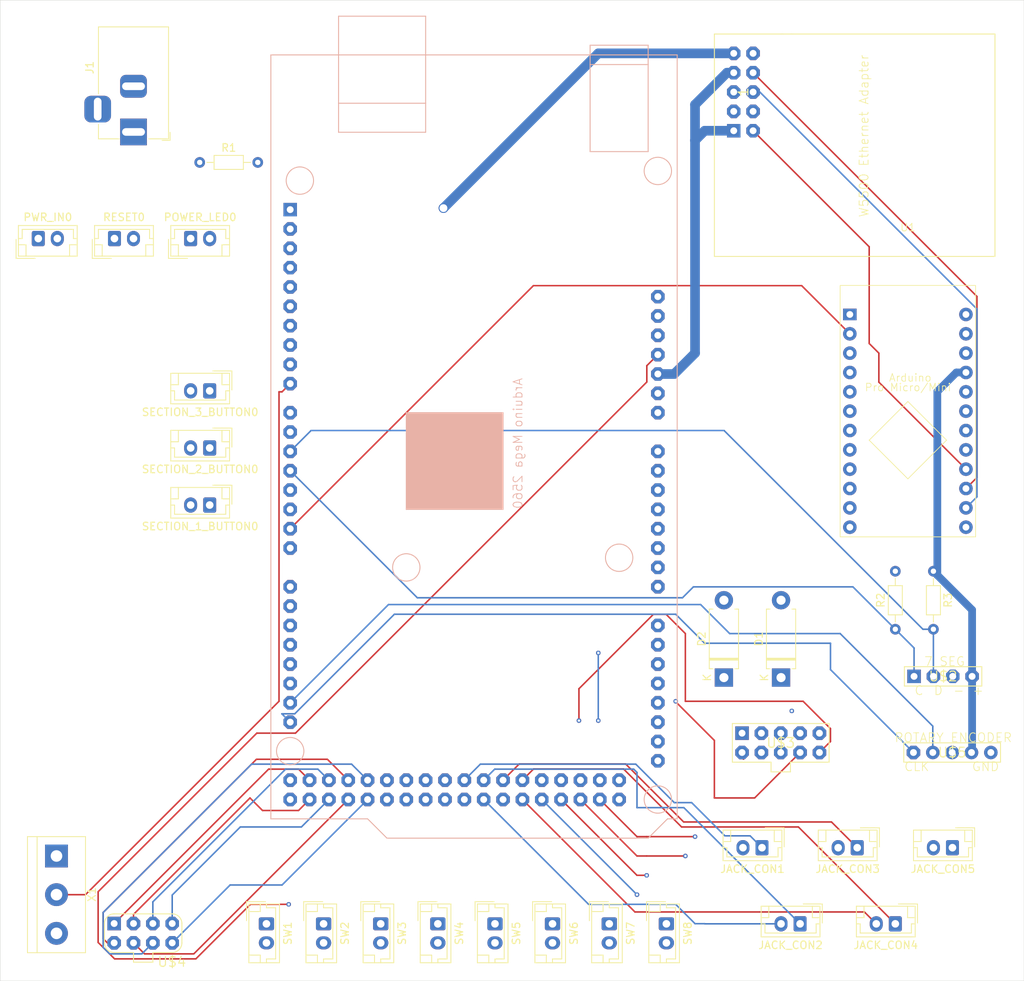
<source format=kicad_pcb>
(kicad_pcb (version 20240108) (generator "pcbnew") (generator_version "8.0")
  (layers (0 "F.Cu" signal) (1 "In1.Cu" signal) (2 "In2.Cu" signal) (31 "B.Cu" signal) (34 "B.Paste" user) (35 "F.Paste" user) (36 "B.SilkS" user "B.Silkscreen") (37 "F.SilkS" user "F.Silkscreen") (38 "B.Mask" user) (39 "F.Mask" user) (44 "Edge.Cuts" user))
  (net 0 "")
  (net 1 "/5V")
  (net 2 "Net-(D1-K)")
  (net 3 "Net-(D2-K)")
  (net 4 "/3V3")
  (net 5 "/RAW_IN")
  (net 7 "GND")
  (net 8 "Net-(JACK_CON1A-S)")
  (net 9 "Net-(JACK_CON1B-S)")
  (net 10 "Net-(JACK_CON2B-S)")
  (net 11 "Net-(JACK_CON2A-S)")
  (net 12 "Net-(JACK_CON3A-S)")
  (net 13 "Net-(JACK_CON3B-S)")
  (net 14 "Net-(JACK_CON4A-S)")
  (net 15 "Net-(JACK_CON4B-S)")
  (net 16 "Net-(JACK_CON5B-S)")
  (net 17 "Net-(JACK_CON5A-S)")
  (net 18 "Net-(POWER_LED0B-S)")
  (net 19 "Net-(R2-Pad1)")
  (net 20 "Net-(R3-Pad2)")
  (net 21 "/RESET")
  (net 22 "Net-(SECTION_1_BUTTON0A-KL)")
  (net 23 "Net-(SECTION_2_BUTTON0A-KL)")
  (net 24 "Net-(SECTION_3_BUTTON0A-KL)")
  (net 25 "Net-(SW1A-S)")
  (net 26 "Net-(SW2A-S)")
  (net 27 "Net-(SW3A-S)")
  (net 28 "Net-(SW4A-S)")
  (net 29 "Net-(SW5A-S)")
  (net 30 "Net-(SW6A-S)")
  (net 31 "Net-(SW7A-S)")
  (net 32 "Net-(SW8A-S)")
  (net 38 "Net-(U1-TXD)")
  (net 39 "/SCK")
  (net 41 "/MOSI")
  (net 45 "/D48")
  (net 48 "/D21")
  (net 49 "Net-(U$1-5V-Pad5V@1)")
  (net 50 "/D53")
  (net 51 "Net-(U$1-PadD25)")
  (net 52 "/D29")
  (net 53 "/MISO")
  (net 55 "Net-(U$1-PadD20)")
  (net 56 "Net-(U$1-PadD28)")
  (net 61 "/D2")
  (net 63 "Net-(U$1-PadD26)")
  (net 64 "Net-(U$1-PadD24)")
  (net 66 "Net-(U$1-PadD49)")
  (net 67 "Net-(U$1-PadD22)")
  (net 68 "Net-(U$1-PadD23)")
  (net 69 "Net-(X1B-KL)")
  (net 83 "Net-(U$1-PadD27)")
  (net 87 "Net-(U1-RXI)")
  (net 102 "Net-(U1-10)")
  (net 103 "Net-(U1-11)")
  (net 104 "Net-(U1-13)")
  (net 105 "Net-(U1-12)")
  (footprint "main:7_SEG_DISPLAY" (layer "F.Cu") (at 188.77 125)
    (property "Reference" "U$2")
    (property "Value" "7_SEG_DISPLAY")
  )
  (footprint "Connector_BarrelJack:BarrelJack_Horizontal" (layer "F.Cu") (at 82.5 53.5 -90)
    (property "Reference" "J1")
    (property "Value" "DCJ0303")
  )
  (footprint "Connector_JST:JST_EH_B2B-EH-A_1x02_P2.50mm_Vertical" (layer "F.Cu") (at 137.5 157.5 -90)
    (property "Reference" "SW6")
    (property "Value" "L02P")
  )
  (footprint "Connector_JST:JST_EH_B2B-EH-A_1x02_P2.50mm_Vertical" (layer "F.Cu") (at 122.45 157.5 -90)
    (property "Reference" "SW4")
    (property "Value" "L02P")
  )
  (footprint "Connector_JST:JST_EH_B2B-EH-A_1x02_P2.50mm_Vertical" (layer "F.Cu") (at 99.95 157.5 -90)
    (property "Reference" "SW1")
    (property "Value" "L02P")
  )
  (footprint "Resistor_THT:R_Axial_DIN0204_L3.6mm_D1.6mm_P7.62mm_Horizontal" (layer "F.Cu") (at 182.5 118.81 90)
    (property "Reference" "R2")
    (property "Value" "FLIPFLOP-RES")
  )
  (footprint "main:ETHERNET_ADAPTER" (layer "F.Cu") (at 162.56 48.26 90)
    (property "Reference" "1")
    (property "Value" "~")
  )
  (footprint "Connector_JST:JST_EH_B2B-EH-A_1x02_P2.50mm_Vertical" (layer "F.Cu") (at 90 67.5)
    (property "Reference" "POWER_LED0")
    (property "Value" "L02P")
  )
  (footprint "Connector_JST:JST_EH_B2B-EH-A_1x02_P2.50mm_Vertical" (layer "F.Cu") (at 177.5 147.5 180)
    (property "Reference" "JACK_CON3")
    (property "Value" "L02P")
  )
  (footprint "Connector_JST:JST_EH_B2B-EH-A_1x02_P2.50mm_Vertical" (layer "F.Cu") (at 165 147.5 180)
    (property "Reference" "JACK_CON1")
    (property "Value" "L02P")
  )
  (footprint "main:SPI_HEADER_RIBBON_CONNECTOR" (layer "F.Cu") (at 167.46 133.73)
    (property "Reference" "U$3")
    (property "Value" "SPI_HEADERSPI_HEADER_RIBBON_CONNECTOR")
  )
  (footprint "Connector_JST:JST_EH_B2B-EH-A_1x02_P2.50mm_Vertical" (layer "F.Cu") (at 92.5 95 180)
    (property "Reference" "SECTION_2_BUTTON0")
    (property "Value" "W237-102")
  )
  (footprint "Connector_JST:JST_EH_B2B-EH-A_1x02_P2.50mm_Vertical" (layer "F.Cu") (at 129.95 157.5 -90)
    (property "Reference" "SW5")
    (property "Value" "L02P")
  )
  (footprint "Connector_JST:JST_EH_B2B-EH-A_1x02_P2.50mm_Vertical" (layer "F.Cu") (at 80 67.5)
    (property "Reference" "RESET0")
    (property "Value" "L02P")
  )
  (footprint "Connector_JST:JST_EH_B2B-EH-A_1x02_P2.50mm_Vertical" (layer "F.Cu") (at 70 67.5)
    (property "Reference" "PWR_IN0")
    (property "Value" "L02P")
  )
  (footprint "Diode_THT:D_DO-15_P10.16mm_Horizontal" (layer "F.Cu") (at 160 125.16 90)
    (property "Reference" "D2")
    (property "Value" "D")
  )
  (footprint "Connector_JST:JST_EH_B2B-EH-A_1x02_P2.50mm_Vertical" (layer "F.Cu") (at 114.95 157.5 -90)
    (property "Reference" "SW3")
    (property "Value" "L02P")
  )
  (footprint "Connector_JST:JST_EH_B2B-EH-A_1x02_P2.50mm_Vertical" (layer "F.Cu") (at 190 147.5 180)
    (property "Reference" "JACK_CON5")
    (property "Value" "L02P")
  )
  (footprint "Connector_JST:JST_EH_B2B-EH-A_1x02_P2.50mm_Vertical" (layer "F.Cu") (at 107.45 157.5 -90)
    (property "Reference" "SW2")
    (property "Value" "L02P")
  )
  (footprint "Resistor_THT:R_Axial_DIN0204_L3.6mm_D1.6mm_P7.62mm_Horizontal" (layer "F.Cu") (at 91.19 57.5)
    (property "Reference" "R1")
    (property "Value" "FLIPFLOP-RES")
  )
  (footprint "Connector_JST:JST_EH_B2B-EH-A_1x02_P2.50mm_Vertical" (layer "F.Cu") (at 152.45 157.5 -90)
    (property "Reference" "SW8")
    (property "Value" "L02P")
  )
  (footprint "main:BUTTON_GRID_HEADER_RIBBON_CONNECTOR" (layer "F.Cu") (at 83.77 158.73)
    (property "Reference" "U$4")
    (property "Value" "BUTTON_GRID_HEADER")
  )
  (footprint "Connector_JST:JST_EH_B2B-EH-A_1x02_P2.50mm_Vertical" (layer "F.Cu") (at 144.95 157.5 -90)
    (property "Reference" "SW7")
    (property "Value" "L02P")
  )
  (footprint "TerminalBlock:TerminalBlock_bornier-3_P5.08mm" (layer "F.Cu") (at 72.39 148.59 -90)
    (property "Reference" "X1")
    (property "Value" "W237-103")
  )
  (footprint "main:ARDUINO_MEGA_MIRROR" (layer "F.Cu") (at 128.4685 95.45)
    (property "Reference" "U$1")
    (property "Value" "ARDUINO_MEGAMIRROR")
  )
  (footprint "Connector_JST:JST_EH_B2B-EH-A_1x02_P2.50mm_Vertical" (layer "F.Cu") (at 170 157.5 180)
    (property "Reference" "JACK_CON2")
    (property "Value" "L02P")
  )
  (footprint "Connector_JST:JST_EH_B2B-EH-A_1x02_P2.50mm_Vertical" (layer "F.Cu") (at 92.5 102.5 180)
    (property "Reference" "SECTION_1_BUTTON0")
    (property "Value" "W237-102")
  )
  (footprint "Subsystem Main Extra Symbols:Arduino Pro Micro (Mini)" (layer "F.Cu") (at 184.15 88.9)
    (property "Reference" "U1")
    (property "Value" "~")
  )
  (footprint "Connector_JST:JST_EH_B2B-EH-A_1x02_P2.50mm_Vertical" (layer "F.Cu") (at 182.5 157.5 180)
    (property "Reference" "JACK_CON4")
    (property "Value" "L02P")
  )
  (footprint "Resistor_THT:R_Axial_DIN0204_L3.6mm_D1.6mm_P7.62mm_Horizontal" (layer "F.Cu") (at 187.5 111.19 -90)
    (property "Reference" "R3")
    (property "Value" "FLIPFLOP-RES")
  )
  (footprint "main:ROTARY_ENCODER" (layer "F.Cu") (at 189.96 135)
    (property "Reference" "U$5")
    (property "Value" "ROTARY_ENCODER")
  )
  (footprint "Connector_JST:JST_EH_B2B-EH-A_1x02_P2.50mm_Vertical" (layer "F.Cu") (at 92.5 87.5 180)
    (property "Reference" "SECTION_3_BUTTON0")
    (property "Value" "W237-102")
  )
  (footprint "Diode_THT:D_DO-15_P10.16mm_Horizontal" (layer "F.Cu") (at 167.5 125.16 90)
    (property "Reference" "D1")
    (property "Value" "D")
  )
  (gr_rect (start 65 36.195) (end 199.39 165) (stroke (width 0.05)) (fill none) (layer "Edge.Cuts"))
  (via (at 123.19 63.5) (size 1.27) (drill 1.016) (layers "F.Cu" "B.Cu") (net 1))
  (segment (start 143.51 43.18) (end 161.29 43.18) (width 1.27) (layer "B.Cu") (net 1))
  (segment (start 190.512765 85.09) (end 191.77 85.09) (width 1.016) (layer "B.Cu") (net 1))
  (segment (start 188.015 111.705) (end 192.58 116.27) (width 1.016) (layer "B.Cu") (net 1))
  (segment (start 188.015 87.587765) (end 190.512765 85.09) (width 1.016) (layer "B.Cu") (net 1))
  (segment (start 192.58 116.27) (end 192.58 125) (width 1.016) (layer "B.Cu") (net 1))
  (segment (start 188.015 111.705) (end 188.015 87.587765) (width 1.016) (layer "B.Cu") (net 1))
  (segment (start 123.19 63.5) (end 143.51 43.18) (width 1.27) (layer "B.Cu") (net 1))
  (segment (start 187.5 111.19) (end 188.015 111.705) (width 1.016) (layer "B.Cu") (net 1))
  (segment (start 192.58 134.92) (end 192.5 135) (width 0.635) (layer "B.Cu") (net 1))
  (segment (start 192.58 125) (end 192.58 134.92) (width 1.016) (layer "B.Cu") (net 1))
  (segment (start 156.21 82.55) (end 156.21 54.61) (width 1.27) (layer "B.Cu") (net 7))
  (segment (start 160.401 45.72) (end 161.29 45.72) (width 1.27) (layer "B.Cu") (net 7))
  (segment (start 151.3285 85.29) (end 151.13 85.0915) (width 0.2) (layer "B.Cu") (net 7))
  (segment (start 157.48 53.34) (end 161.29 53.34) (width 1.27) (layer "B.Cu") (net 7))
  (segment (start 153.47 85.29) (end 156.21 82.55) (width 1.27) (layer "B.Cu") (net 7))
  (segment (start 153.47 85.29) (end 153.67 85.09) (width 0.2) (layer "B.Cu") (net 7))
  (segment (start 156.21 54.61) (end 157.48 53.34) (width 1.27) (layer "B.Cu") (net 7))
  (segment (start 151.3285 85.29) (end 153.47 85.29) (width 1.27) (layer "B.Cu") (net 7))
  (segment (start 156.21 49.911) (end 160.401 45.72) (width 1.27) (layer "B.Cu") (net 7))
  (segment (start 151.13 85.0915) (end 151.13 85.09) (width 0.2) (layer "B.Cu") (net 7))
  (segment (start 156.21 54.61) (end 156.21 49.911) (width 1.27) (layer "B.Cu") (net 7))
  (segment (start 148.430341 136.5266) (end 128.0319 136.5266) (width 0.2) (layer "B.Cu") (net 8))
  (segment (start 165 147.5) (end 163.4428 145.9428) (width 0.2) (layer "B.Cu") (net 8))
  (segment (start 155.7672 141.5828) (end 153.486541 141.5828) (width 0.2) (layer "B.Cu") (net 8))
  (segment (start 128.0319 136.5266) (end 125.9285 138.63) (width 0.2) (layer "B.Cu") (net 8))
  (segment (start 153.486541 141.5828) (end 148.430341 136.5266) (width 0.2) (layer "B.Cu") (net 8))
  (segment (start 160.1272 145.9428) (end 155.7672 141.5828) (width 0.2) (layer "B.Cu") (net 8))
  (segment (start 163.4428 145.9428) (end 160.1272 145.9428) (width 0.2) (layer "B.Cu") (net 8))
  (segment (start 125.9285 141.17) (end 125.73 140.9715) (width 0.2) (layer "B.Cu") (net 9))
  (segment (start 125.73 140.97) (end 125.73 140.9715) (width 0.2) (layer "B.Cu") (net 9))
  (segment (start 129.9162 142.6162) (end 142.24 154.94) (width 0.2) (layer "B.Cu") (net 10))
  (segment (start 156.21 157.48) (end 157.48 157.48) (width 0.2) (layer "B.Cu") (net 10))
  (segment (start 142.24 154.94) (end 153.67 154.94) (width 0.2) (layer "B.Cu") (net 10))
  (segment (start 129.9147 142.6162) (end 129.9162 142.6162) (width 0.2) (layer "B.Cu") (net 10))
  (segment (start 128.4685 141.17) (end 129.9147 142.6162) (width 0.2) (layer "B.Cu") (net 10))
  (segment (start 153.67 154.94) (end 156.21 157.48) (width 0.2) (layer "B.Cu") (net 10))
  (segment (start 157.48 157.48) (end 157.5 157.5) (width 0.2) (layer "B.Cu") (net 10))
  (segment (start 157.5 157.5) (end 167.5 157.5) (width 0.2) (layer "B.Cu") (net 10))
  (segment (start 148.59 142.24) (end 148.59 137.615681) (width 0.2) (layer "B.Cu") (net 11))
  (segment (start 148.158119 137.1838) (end 129.9147 137.1838) (width 0.2) (layer "B.Cu") (net 11))
  (segment (start 129.9147 137.1838) (end 128.4685 138.63) (width 0.2) (layer "B.Cu") (net 11))
  (segment (start 170 157.5) (end 154.74 142.24) (width 0.2) (layer "B.Cu") (net 11))
  (segment (start 148.59 137.615681) (end 148.158119 137.1838) (width 0.2) (layer "B.Cu") (net 11))
  (segment (start 154.74 142.24) (end 148.59 142.24) (width 0.2) (layer "B.Cu") (net 11))
  (segment (start 154.715958 144.1228) (end 147.095958 136.5028) (width 0.2) (layer "F.Cu") (net 12))
  (segment (start 133.1357 136.5028) (end 131.0085 138.63) (width 0.2) (layer "F.Cu") (net 12))
  (segment (start 174.1228 144.1228) (end 154.715958 144.1228) (width 0.2) (layer "F.Cu") (net 12))
  (segment (start 177.5 147.5) (end 174.1228 144.1228) (width 0.2) (layer "F.Cu") (net 12))
  (segment (start 147.095958 136.5028) (end 133.1357 136.5028) (width 0.2) (layer "F.Cu") (net 12))
  (segment (start 131.0085 141.17) (end 131.0085 141.1685) (width 0.2) (layer "F.Cu") (net 13))
  (segment (start 131.0085 141.1685) (end 130.81 140.97) (width 0.2) (layer "F.Cu") (net 13))
  (segment (start 146.823736 137.16) (end 135.0185 137.16) (width 0.2) (layer "F.Cu") (net 14))
  (segment (start 169.78 144.78) (end 154.443736 144.78) (width 0.2) (layer "F.Cu") (net 14))
  (segment (start 182.5 157.5) (end 169.78 144.78) (width 0.2) (layer "F.Cu") (net 14))
  (segment (start 135.0185 137.16) (end 133.5485 138.63) (width 0.2) (layer "F.Cu") (net 14))
  (segment (start 154.443736 144.78) (end 146.823736 137.16) (width 0.2) (layer "F.Cu") (net 14))
  (segment (start 133.5485 141.17) (end 148.3213 155.9428) (width 0.2) (layer "F.Cu") (net 15))
  (segment (start 178.4428 155.9428) (end 180 157.5) (width 0.2) (layer "F.Cu") (net 15))
  (segment (start 148.3213 155.9428) (end 178.4428 155.9428) (width 0.2) (layer "F.Cu") (net 15))
  (segment (start 187.5 147.5) (end 187.78 147.5) (width 0.2) (layer "F.Cu") (net 16))
  (segment (start 187.78 147.5) (end 187.96 147.32) (width 0.2) (layer "F.Cu") (net 16))
  (via (at 148.59 153.67) (size 0.6) (drill 0.3) (layers "F.Cu" "B.Cu") (net 16))
  (segment (start 148.59 153.67) (end 148.5885 153.67) (width 0.2) (layer "B.Cu") (net 16))
  (segment (start 148.5885 153.67) (end 136.0885 141.17) (width 0.2) (layer "B.Cu") (net 16))
  (segment (start 190 147.5) (end 190.32 147.5) (width 0.2) (layer "B.Cu") (net 17))
  (segment (start 190.32 147.5) (end 190.5 147.32) (width 0.2) (layer "B.Cu") (net 17))
  (segment (start 119.7547 114.6762) (end 154.5638 114.6762) (width 0.2) (layer "B.Cu") (net 19))
  (segment (start 176.9328 113.2428) (end 182.5 118.81) (width 0.2) (layer "B.Cu") (net 19))
  (segment (start 184.96 121.27) (end 184.96 125) (width 0.2) (layer "B.Cu") (net 19))
  (segment (start 103.0685 97.99) (end 119.7547 114.6762) (width 0.2) (layer "B.Cu") (net 19))
  (segment (start 154.5638 114.6762) (end 155.9972 113.2428) (width 0.2) (layer "B.Cu") (net 19))
  (segment (start 155.9972 113.2428) (end 176.9328 113.2428) (width 0.2) (layer "B.Cu") (net 19))
  (segment (start 182.5 118.81) (end 184.96 121.27) (width 0.2) (layer "B.Cu") (net 19))
  (segment (start 187.5 118.81) (end 187.5 125) (width 0.2) (layer "B.Cu") (net 20))
  (segment (start 160.02 92.71) (end 186.12 118.81) (width 0.2) (layer "B.Cu") (net 20))
  (segment (start 186.12 118.81) (end 187.5 118.81) (width 0.2) (layer "B.Cu") (net 20))
  (segment (start 105.8085 92.71) (end 160.02 92.71) (width 0.2) (layer "B.Cu") (net 20))
  (segment (start 103.0685 95.45) (end 105.8085 92.71) (width 0.2) (layer "B.Cu") (net 20))
  (segment (start 137.5 157.5) (end 137.45 157.5) (width 0.2) (layer "F.Cu") (net 30))
  (via (at 143.51 121.92) (size 0.6) (drill 0.3) (layers "F.Cu" "B.Cu") (net 39))
  (via (at 168.91 129.54) (size 0.6) (drill 0.3) (layers "F.Cu" "B.Cu") (net 39))
  (via (at 143.51 130.81) (size 0.6) (drill 0.3) (layers "F.Cu" "B.Cu") (net 39))
  (segment (start 143.51 130.81) (end 143.51 121.92) (width 0.2) (layer "B.Cu") (net 39))
  (segment (start 141.1685 141.17) (end 148.5885 148.59) (width 0.2) (layer "F.Cu") (net 41))
  (segment (start 148.5885 148.59) (end 149.86 148.59) (width 0.2) (layer "F.Cu") (net 41))
  (segment (start 149.86 148.59) (end 154.94 148.59) (width 0.2) (layer "F.Cu") (net 41))
  (via (at 154.94 148.59) (size 0.6) (drill 0.3) (layers "F.Cu" "B.Cu") (net 41))
  (segment (start 153.67 128.27) (end 153.67 128.335236) (width 0.2) (layer "F.Cu") (net 45))
  (segment (start 153.67 128.335236) (end 158.75 133.415236) (width 0.2) (layer "F.Cu") (net 45))
  (segment (start 158.75 140.97) (end 164.03 140.97) (width 0.2) (layer "F.Cu") (net 45))
  (segment (start 158.75 133.415236) (end 158.75 140.97) (width 0.2) (layer "F.Cu") (net 45))
  (segment (start 164.03 140.97) (end 170 135) (width 0.2) (layer "F.Cu") (net 45))
  (via (at 153.67 128.27) (size 0.6) (drill 0.3) (layers "F.Cu" "B.Cu") (net 45))
  (segment (start 103.667536 129.9162) (end 116.743736 116.84) (width 0.2) (layer "B.Cu") (net 48))
  (segment (start 103.0685 131.01) (end 101.9747 129.9162) (width 0.2) (layer "B.Cu") (net 48))
  (segment (start 157.48 120.65) (end 173.99 120.65) (width 0.2) (layer "B.Cu") (net 48))
  (segment (start 173.99 120.65) (end 173.99 124.11) (width 0.2) (layer "B.Cu") (net 48))
  (segment (start 173.99 124.11) (end 184.88 135) (width 0.2) (layer "B.Cu") (net 48))
  (segment (start 116.743736 116.84) (end 153.67 116.84) (width 0.2) (layer "B.Cu") (net 48))
  (segment (start 153.67 116.84) (end 157.48 120.65) (width 0.2) (layer "B.Cu") (net 48))
  (segment (start 101.9747 129.9162) (end 103.667536 129.9162) (width 0.2) (layer "B.Cu") (net 48))
  (segment (start 149.8823 86.3377) (end 149.8823 84.1962) (width 0.2) (layer "F.Cu") (net 49))
  (segment (start 98.6838 132.4562) (end 103.7638 132.4562) (width 0.2) (layer "F.Cu") (net 49))
  (segment (start 90.684522 162.1034) (end 80.018164 162.1034) (width 0.2) (layer "F.Cu") (net 49))
  (segment (start 149.8823 84.1962) (end 151.3285 82.75) (width 0.2) (layer "F.Cu") (net 49))
  (segment (start 80.018164 162.1034) (end 77.8566 159.941836) (width 0.2) (layer "F.Cu") (net 49))
  (segment (start 102.87 154.94) (end 97.847922 154.94) (width 0.2) (layer "F.Cu") (net 49))
  (segment (start 103.7638 132.4562) (end 149.8823 86.3377) (width 0.2) (layer "F.Cu") (net 49))
  (segment (start 77.8566 153.2834) (end 98.6838 132.4562) (width 0.2) (layer "F.Cu") (net 49))
  (segment (start 77.8566 159.941836) (end 77.8566 153.2834) (width 0.2) (layer "F.Cu") (net 49))
  (segment (start 97.847922 154.94) (end 90.684522 162.1034) (width 0.2) (layer "F.Cu") (net 49))
  (via (at 102.87 154.94) (size 0.6) (drill 0.3) (layers "F.Cu" "B.Cu") (net 49))
  (segment (start 149.86 146.05) (end 156.21 146.05) (width 0.2) (layer "F.Cu") (net 50))
  (segment (start 143.7085 141.17) (end 148.5885 146.05) (width 0.2) (layer "F.Cu") (net 50))
  (segment (start 148.5885 146.05) (end 149.86 146.05) (width 0.2) (layer "F.Cu") (net 50))
  (via (at 156.21 146.05) (size 0.6) (drill 0.3) (layers "F.Cu" "B.Cu") (net 50))
  (segment (start 87.58 157.46) (end 87.58 153.72) (width 0.2) (layer "B.Cu") (net 51))
  (segment (start 87.58 153.72) (end 96.52 144.78) (width 0.2) (layer "B.Cu") (net 51))
  (segment (start 104.5385 144.78) (end 108.1485 141.17) (width 0.2) (layer "B.Cu") (net 51))
  (segment (start 96.52 144.78) (end 104.5385 144.78) (width 0.2) (layer "B.Cu") (net 51))
  (segment (start 95.18 152.4) (end 101.9985 152.4) (width 0.2) (layer "B.Cu") (net 52))
  (segment (start 101.9985 152.4) (end 113.2285 141.17) (width 0.2) (layer "B.Cu") (net 52))
  (segment (start 87.58 160) (end 95.18 152.4) (width 0.2) (layer "B.Cu") (net 52))
  (segment (start 140.97 126.623264) (end 150.729464 116.8638) (width 0.2) (layer "F.Cu") (net 53))
  (segment (start 170.395236 128.27) (end 173.9862 131.860964) (width 0.2) (layer "F.Cu") (net 53))
  (segment (start 140.97 130.81) (end 140.97 126.623264) (width 0.2) (layer "F.Cu") (net 53))
  (segment (start 154.94 128.27) (end 170.395236 128.27) (width 0.2) (layer "F.Cu") (net 53))
  (segment (start 152.4238 116.8638) (end 154.94 119.38) (width 0.2) (layer "F.Cu") (net 53))
  (segment (start 173.9862 133.5538) (end 172.54 135) (width 0.2) (layer "F.Cu") (net 53))
  (segment (start 150.729464 116.8638) (end 152.4238 116.8638) (width 0.2) (layer "F.Cu") (net 53))
  (segment (start 154.94 119.38) (end 154.94 128.27) (width 0.2) (layer "F.Cu") (net 53))
  (segment (start 173.9862 131.860964) (end 173.9862 133.5538) (width 0.2) (layer "F.Cu") (net 53))
  (via (at 140.97 130.81) (size 0.6) (drill 0.3) (layers "F.Cu" "B.Cu") (net 53))
  (segment (start 103.0685 128.47) (end 115.9685 115.57) (width 0.2) (layer "B.Cu") (net 55))
  (segment (start 175.26 119.38) (end 187.42 131.54) (width 0.2) (layer "B.Cu") (net 55))
  (segment (start 115.9685 115.57) (end 156.944943 115.57) (width 0.2) (layer "B.Cu") (net 55))
  (segment (start 156.944943 115.57) (end 160.754943 119.38) (width 0.2) (layer "B.Cu") (net 55))
  (segment (start 187.42 131.54) (end 187.42 135) (width 0.2) (layer "B.Cu") (net 55))
  (segment (start 160.754943 119.38) (end 175.26 119.38) (width 0.2) (layer "B.Cu") (net 55))
  (segment (start 98.001 136.5266) (end 111.1251 136.5266) (width 0.2) (layer "B.Cu") (net 56))
  (segment (start 111.1251 136.5266) (end 113.2285 138.63) (width 0.2) (layer "B.Cu") (net 56))
  (segment (start 83.5938 161.4462) (end 79.360964 161.4462) (width 0.2) (layer "B.Cu") (net 56))
  (segment (start 78.5138 156.0138) (end 98.001 136.5266) (width 0.2) (layer "B.Cu") (net 56))
  (segment (start 78.5138 160.599036) (end 78.5138 156.0138) (width 0.2) (layer "B.Cu") (net 56))
  (segment (start 79.360964 161.4462) (end 78.5138 160.599036) (width 0.2) (layer "B.Cu") (net 56))
  (segment (start 85.04 160) (end 83.5938 161.4462) (width 0.2) (layer "B.Cu") (net 56))
  (segment (start 162.56 135.18) (end 162.38 135) (width 0.2) (layer "F.Cu") (net 61))
  (segment (start 162.56 135.18) (end 162.56 135.89) (width 0.2) (layer "F.Cu") (net 61))
  (segment (start 107.9485 135.89) (end 110.6885 138.63) (width 0.2) (layer "F.Cu") (net 63))
  (segment (start 78.5138 159.4428) (end 78.5138 156.0138) (width 0.2) (layer "F.Cu") (net 63))
  (segment (start 78.5138 156.0138) (end 98.6376 135.89) (width 0.2) (layer "F.Cu") (net 63))
  (segment (start 79.071 160) (end 78.5138 159.4428) (width 0.2) (layer "F.Cu") (net 63))
  (segment (start 98.6376 135.89) (end 107.9485 135.89) (width 0.2) (layer "F.Cu") (net 63))
  (segment (start 79.96 160) (end 79.071 160) (width 0.2) (layer "F.Cu") (net 63))
  (segment (start 79.99 160) (end 80.01 160.02) (width 0.2) (layer "B.Cu") (net 63))
  (segment (start 79.99 160) (end 79.96 160) (width 0.2) (layer "B.Cu") (net 63))
  (segment (start 85.07 157.46) (end 85.09 157.48) (width 0.2) (layer "F.Cu") (net 64))
  (segment (start 85.07 157.46) (end 85.04 157.46) (width 0.2) (layer "F.Cu") (net 64))
  (segment (start 85.04 157.46) (end 85.04 154.613264) (width 0.2) (layer "B.Cu") (net 64))
  (segment (start 106.7023 137.1838) (end 108.1485 138.63) (width 0.2) (layer "B.Cu") (net 64))
  (segment (start 85.04 154.613264) (end 102.469464 137.1838) (width 0.2) (layer "B.Cu") (net 64))
  (segment (start 102.469464 137.1838) (end 106.7023 137.1838) (width 0.2) (layer "B.Cu") (net 64))
  (segment (start 148.5885 151.13) (end 149.86 151.13) (width 0.2) (layer "F.Cu") (net 66))
  (segment (start 138.6285 141.17) (end 148.5885 151.13) (width 0.2) (layer "F.Cu") (net 66))
  (via (at 149.86 151.13) (size 0.6) (drill 0.3) (layers "F.Cu" "B.Cu") (net 66))
  (segment (start 79.96 157.46) (end 79.99 157.46) (width 0.2) (layer "F.Cu") (net 67))
  (segment (start 104.1623 137.1838) (end 105.6085 138.63) (width 0.2) (layer "F.Cu") (net 67))
  (segment (start 79.99 157.46) (end 80.01 157.48) (width 0.2) (layer "F.Cu") (net 67))
  (segment (start 100.2362 137.1838) (end 104.1623 137.1838) (width 0.2) (layer "F.Cu") (net 67))
  (segment (start 79.96 157.46) (end 100.2362 137.1838) (width 0.2) (layer "F.Cu") (net 67))
  (segment (start 99.4362 142.6162) (end 104.1623 142.6162) (width 0.2) (layer "F.Cu") (net 68))
  (segment (start 104.1623 142.6162) (end 105.6085 141.17) (width 0.2) (layer "F.Cu") (net 68))
  (segment (start 82.5 157.46) (end 82.5 156.26) (width 0.2) (layer "F.Cu") (net 68))
  (segment (start 97.79 140.97) (end 99.4362 142.6162) (width 0.2) (layer "F.Cu") (net 68))
  (segment (start 82.5 156.26) (end 97.79 140.97) (width 0.2) (layer "F.Cu") (net 68))
  (segment (start 76.2 153.67) (end 101.6 128.27) (width 0.2) (layer "F.Cu") (net 69))
  (segment (start 101.6 87.63) (end 101.9985 87.63) (width 0.2) (layer "F.Cu") (net 69))
  (segment (start 101.9985 87.63) (end 103.0685 86.56) (width 0.2) (layer "F.Cu") (net 69))
  (segment (start 101.6 128.27) (end 101.6 87.63) (width 0.2) (layer "F.Cu") (net 69))
  (segment (start 72.39 153.67) (end 76.2 153.67) (width 0.2) (layer "F.Cu") (net 69))
  (segment (start 83.9462 161.4462) (end 90.4123 161.4462) (width 0.2) (layer "F.Cu") (net 83))
  (segment (start 82.5 160) (end 83.9462 161.4462) (width 0.2) (layer "F.Cu") (net 83))
  (segment (start 90.4123 161.4462) (end 110.6885 141.17) (width 0.2) (layer "F.Cu") (net 83))
  (segment (start 134.9947 73.6838) (end 170.2038 73.6838) (width 0.2) (layer "F.Cu") (net 87))
  (segment (start 170.2038 73.6838) (end 176.53 80.01) (width 0.2) (layer "F.Cu") (net 87))
  (segment (start 103.0685 105.61) (end 134.9947 73.6838) (width 0.2) (layer "F.Cu") (net 87))
  (segment (start 164.719 48.26) (end 193.2162 76.7572) (width 0.2) (layer "B.Cu") (net 103))
  (segment (start 193.2162 76.7572) (end 193.2162 101.4238) (width 0.2) (layer "B.Cu") (net 103))
  (segment (start 163.83 48.26) (end 164.719 48.26) (width 0.2) (layer "B.Cu") (net 103))
  (segment (start 193.2162 101.4238) (end 191.77 102.87) (width 0.2) (layer "B.Cu") (net 103))
  (segment (start 180.34 82.55) (end 180.34 86.36) (width 0.2) (layer "F.Cu") (net 104))
  (segment (start 180.34 86.36) (end 191.77 97.79) (width 0.2) (layer "F.Cu") (net 104))
  (segment (start 179.07 81.28) (end 180.34 82.55) (width 0.2) (layer "F.Cu") (net 104))
  (segment (start 163.83 53.34) (end 179.07 68.58) (width 0.2) (layer "F.Cu") (net 104))
  (segment (start 179.07 68.58) (end 179.07 81.28) (width 0.2) (layer "F.Cu") (net 104))
  (segment (start 193.2162 75.1062) (end 163.83 45.72) (width 0.2) (layer "F.Cu") (net 105))
  (segment (start 191.77 100.33) (end 193.2162 98.8838) (width 0.2) (layer "F.Cu") (net 105))
  (segment (start 193.2162 98.8838) (end 193.2162 75.1062) (width 0.2) (layer "F.Cu") (net 105))
)
</source>
